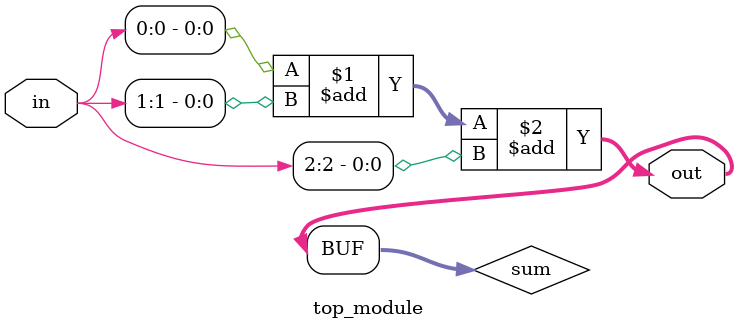
<source format=sv>
module top_module (
	input [2:0] in,
	output [1:0] out
);

	// Add the three input bits together
	wire [1:0] sum;
	assign sum = in[0] + in[1] + in[2];

	// Assign the result to the output
	assign out = sum;

endmodule

</source>
